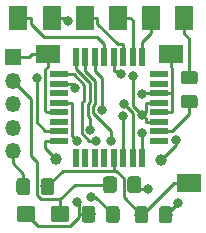
<source format=gbr>
G04 #@! TF.GenerationSoftware,KiCad,Pcbnew,(5.1.4-0-10_14)*
G04 #@! TF.CreationDate,2019-10-28T18:43:38+01:00*
G04 #@! TF.ProjectId,328RFStamp,33323852-4653-4746-916d-702e6b696361,rev?*
G04 #@! TF.SameCoordinates,Original*
G04 #@! TF.FileFunction,Copper,L1,Top*
G04 #@! TF.FilePolarity,Positive*
%FSLAX46Y46*%
G04 Gerber Fmt 4.6, Leading zero omitted, Abs format (unit mm)*
G04 Created by KiCad (PCBNEW (5.1.4-0-10_14)) date 2019-10-28 18:43:38*
%MOMM*%
%LPD*%
G04 APERTURE LIST*
%ADD10C,0.100000*%
%ADD11C,1.150000*%
%ADD12C,1.000000*%
%ADD13R,2.000000X1.500000*%
%ADD14R,1.500000X2.000000*%
%ADD15C,1.350000*%
%ADD16O,1.350000X1.350000*%
%ADD17R,1.350000X1.350000*%
%ADD18R,0.550000X1.600000*%
%ADD19R,1.600000X0.550000*%
%ADD20C,0.800000*%
%ADD21C,0.250000*%
G04 APERTURE END LIST*
D10*
G36*
X40345505Y-59118204D02*
G01*
X40369773Y-59121804D01*
X40393572Y-59127765D01*
X40416671Y-59136030D01*
X40438850Y-59146520D01*
X40459893Y-59159132D01*
X40479599Y-59173747D01*
X40497777Y-59190223D01*
X40514253Y-59208401D01*
X40528868Y-59228107D01*
X40541480Y-59249150D01*
X40551970Y-59271329D01*
X40560235Y-59294428D01*
X40566196Y-59318227D01*
X40569796Y-59342495D01*
X40571000Y-59366999D01*
X40571000Y-60267001D01*
X40569796Y-60291505D01*
X40566196Y-60315773D01*
X40560235Y-60339572D01*
X40551970Y-60362671D01*
X40541480Y-60384850D01*
X40528868Y-60405893D01*
X40514253Y-60425599D01*
X40497777Y-60443777D01*
X40479599Y-60460253D01*
X40459893Y-60474868D01*
X40438850Y-60487480D01*
X40416671Y-60497970D01*
X40393572Y-60506235D01*
X40369773Y-60512196D01*
X40345505Y-60515796D01*
X40321001Y-60517000D01*
X39670999Y-60517000D01*
X39646495Y-60515796D01*
X39622227Y-60512196D01*
X39598428Y-60506235D01*
X39575329Y-60497970D01*
X39553150Y-60487480D01*
X39532107Y-60474868D01*
X39512401Y-60460253D01*
X39494223Y-60443777D01*
X39477747Y-60425599D01*
X39463132Y-60405893D01*
X39450520Y-60384850D01*
X39440030Y-60362671D01*
X39431765Y-60339572D01*
X39425804Y-60315773D01*
X39422204Y-60291505D01*
X39421000Y-60267001D01*
X39421000Y-59366999D01*
X39422204Y-59342495D01*
X39425804Y-59318227D01*
X39431765Y-59294428D01*
X39440030Y-59271329D01*
X39450520Y-59249150D01*
X39463132Y-59228107D01*
X39477747Y-59208401D01*
X39494223Y-59190223D01*
X39512401Y-59173747D01*
X39532107Y-59159132D01*
X39553150Y-59146520D01*
X39575329Y-59136030D01*
X39598428Y-59127765D01*
X39622227Y-59121804D01*
X39646495Y-59118204D01*
X39670999Y-59117000D01*
X40321001Y-59117000D01*
X40345505Y-59118204D01*
X40345505Y-59118204D01*
G37*
D11*
X39996000Y-59817000D03*
D10*
G36*
X42395505Y-59118204D02*
G01*
X42419773Y-59121804D01*
X42443572Y-59127765D01*
X42466671Y-59136030D01*
X42488850Y-59146520D01*
X42509893Y-59159132D01*
X42529599Y-59173747D01*
X42547777Y-59190223D01*
X42564253Y-59208401D01*
X42578868Y-59228107D01*
X42591480Y-59249150D01*
X42601970Y-59271329D01*
X42610235Y-59294428D01*
X42616196Y-59318227D01*
X42619796Y-59342495D01*
X42621000Y-59366999D01*
X42621000Y-60267001D01*
X42619796Y-60291505D01*
X42616196Y-60315773D01*
X42610235Y-60339572D01*
X42601970Y-60362671D01*
X42591480Y-60384850D01*
X42578868Y-60405893D01*
X42564253Y-60425599D01*
X42547777Y-60443777D01*
X42529599Y-60460253D01*
X42509893Y-60474868D01*
X42488850Y-60487480D01*
X42466671Y-60497970D01*
X42443572Y-60506235D01*
X42419773Y-60512196D01*
X42395505Y-60515796D01*
X42371001Y-60517000D01*
X41720999Y-60517000D01*
X41696495Y-60515796D01*
X41672227Y-60512196D01*
X41648428Y-60506235D01*
X41625329Y-60497970D01*
X41603150Y-60487480D01*
X41582107Y-60474868D01*
X41562401Y-60460253D01*
X41544223Y-60443777D01*
X41527747Y-60425599D01*
X41513132Y-60405893D01*
X41500520Y-60384850D01*
X41490030Y-60362671D01*
X41481765Y-60339572D01*
X41475804Y-60315773D01*
X41472204Y-60291505D01*
X41471000Y-60267001D01*
X41471000Y-59366999D01*
X41472204Y-59342495D01*
X41475804Y-59318227D01*
X41481765Y-59294428D01*
X41490030Y-59271329D01*
X41500520Y-59249150D01*
X41513132Y-59228107D01*
X41527747Y-59208401D01*
X41544223Y-59190223D01*
X41562401Y-59173747D01*
X41582107Y-59159132D01*
X41603150Y-59146520D01*
X41625329Y-59136030D01*
X41648428Y-59127765D01*
X41672227Y-59121804D01*
X41696495Y-59118204D01*
X41720999Y-59117000D01*
X42371001Y-59117000D01*
X42395505Y-59118204D01*
X42395505Y-59118204D01*
G37*
D11*
X42046000Y-59817000D03*
D10*
G36*
X45870005Y-61480404D02*
G01*
X45894273Y-61484004D01*
X45918072Y-61489965D01*
X45941171Y-61498230D01*
X45963350Y-61508720D01*
X45984393Y-61521332D01*
X46004099Y-61535947D01*
X46022277Y-61552423D01*
X46038753Y-61570601D01*
X46053368Y-61590307D01*
X46065980Y-61611350D01*
X46076470Y-61633529D01*
X46084735Y-61656628D01*
X46090696Y-61680427D01*
X46094296Y-61704695D01*
X46095500Y-61729199D01*
X46095500Y-62629201D01*
X46094296Y-62653705D01*
X46090696Y-62677973D01*
X46084735Y-62701772D01*
X46076470Y-62724871D01*
X46065980Y-62747050D01*
X46053368Y-62768093D01*
X46038753Y-62787799D01*
X46022277Y-62805977D01*
X46004099Y-62822453D01*
X45984393Y-62837068D01*
X45963350Y-62849680D01*
X45941171Y-62860170D01*
X45918072Y-62868435D01*
X45894273Y-62874396D01*
X45870005Y-62877996D01*
X45845501Y-62879200D01*
X45195499Y-62879200D01*
X45170995Y-62877996D01*
X45146727Y-62874396D01*
X45122928Y-62868435D01*
X45099829Y-62860170D01*
X45077650Y-62849680D01*
X45056607Y-62837068D01*
X45036901Y-62822453D01*
X45018723Y-62805977D01*
X45002247Y-62787799D01*
X44987632Y-62768093D01*
X44975020Y-62747050D01*
X44964530Y-62724871D01*
X44956265Y-62701772D01*
X44950304Y-62677973D01*
X44946704Y-62653705D01*
X44945500Y-62629201D01*
X44945500Y-61729199D01*
X44946704Y-61704695D01*
X44950304Y-61680427D01*
X44956265Y-61656628D01*
X44964530Y-61633529D01*
X44975020Y-61611350D01*
X44987632Y-61590307D01*
X45002247Y-61570601D01*
X45018723Y-61552423D01*
X45036901Y-61535947D01*
X45056607Y-61521332D01*
X45077650Y-61508720D01*
X45099829Y-61498230D01*
X45122928Y-61489965D01*
X45146727Y-61484004D01*
X45170995Y-61480404D01*
X45195499Y-61479200D01*
X45845501Y-61479200D01*
X45870005Y-61480404D01*
X45870005Y-61480404D01*
G37*
D11*
X45520500Y-62179200D03*
D10*
G36*
X47920005Y-61480404D02*
G01*
X47944273Y-61484004D01*
X47968072Y-61489965D01*
X47991171Y-61498230D01*
X48013350Y-61508720D01*
X48034393Y-61521332D01*
X48054099Y-61535947D01*
X48072277Y-61552423D01*
X48088753Y-61570601D01*
X48103368Y-61590307D01*
X48115980Y-61611350D01*
X48126470Y-61633529D01*
X48134735Y-61656628D01*
X48140696Y-61680427D01*
X48144296Y-61704695D01*
X48145500Y-61729199D01*
X48145500Y-62629201D01*
X48144296Y-62653705D01*
X48140696Y-62677973D01*
X48134735Y-62701772D01*
X48126470Y-62724871D01*
X48115980Y-62747050D01*
X48103368Y-62768093D01*
X48088753Y-62787799D01*
X48072277Y-62805977D01*
X48054099Y-62822453D01*
X48034393Y-62837068D01*
X48013350Y-62849680D01*
X47991171Y-62860170D01*
X47968072Y-62868435D01*
X47944273Y-62874396D01*
X47920005Y-62877996D01*
X47895501Y-62879200D01*
X47245499Y-62879200D01*
X47220995Y-62877996D01*
X47196727Y-62874396D01*
X47172928Y-62868435D01*
X47149829Y-62860170D01*
X47127650Y-62849680D01*
X47106607Y-62837068D01*
X47086901Y-62822453D01*
X47068723Y-62805977D01*
X47052247Y-62787799D01*
X47037632Y-62768093D01*
X47025020Y-62747050D01*
X47014530Y-62724871D01*
X47006265Y-62701772D01*
X47000304Y-62677973D01*
X46996704Y-62653705D01*
X46995500Y-62629201D01*
X46995500Y-61729199D01*
X46996704Y-61704695D01*
X47000304Y-61680427D01*
X47006265Y-61656628D01*
X47014530Y-61633529D01*
X47025020Y-61611350D01*
X47037632Y-61590307D01*
X47052247Y-61570601D01*
X47068723Y-61552423D01*
X47086901Y-61535947D01*
X47106607Y-61521332D01*
X47127650Y-61508720D01*
X47149829Y-61498230D01*
X47172928Y-61489965D01*
X47196727Y-61484004D01*
X47220995Y-61480404D01*
X47245499Y-61479200D01*
X47895501Y-61479200D01*
X47920005Y-61480404D01*
X47920005Y-61480404D01*
G37*
D11*
X47570500Y-62179200D03*
D12*
X42799000Y-57505600D03*
X51689000Y-57556400D03*
D10*
G36*
X49736105Y-58965804D02*
G01*
X49760373Y-58969404D01*
X49784172Y-58975365D01*
X49807271Y-58983630D01*
X49829450Y-58994120D01*
X49850493Y-59006732D01*
X49870199Y-59021347D01*
X49888377Y-59037823D01*
X49904853Y-59056001D01*
X49919468Y-59075707D01*
X49932080Y-59096750D01*
X49942570Y-59118929D01*
X49950835Y-59142028D01*
X49956796Y-59165827D01*
X49960396Y-59190095D01*
X49961600Y-59214599D01*
X49961600Y-60114601D01*
X49960396Y-60139105D01*
X49956796Y-60163373D01*
X49950835Y-60187172D01*
X49942570Y-60210271D01*
X49932080Y-60232450D01*
X49919468Y-60253493D01*
X49904853Y-60273199D01*
X49888377Y-60291377D01*
X49870199Y-60307853D01*
X49850493Y-60322468D01*
X49829450Y-60335080D01*
X49807271Y-60345570D01*
X49784172Y-60353835D01*
X49760373Y-60359796D01*
X49736105Y-60363396D01*
X49711601Y-60364600D01*
X49061599Y-60364600D01*
X49037095Y-60363396D01*
X49012827Y-60359796D01*
X48989028Y-60353835D01*
X48965929Y-60345570D01*
X48943750Y-60335080D01*
X48922707Y-60322468D01*
X48903001Y-60307853D01*
X48884823Y-60291377D01*
X48868347Y-60273199D01*
X48853732Y-60253493D01*
X48841120Y-60232450D01*
X48830630Y-60210271D01*
X48822365Y-60187172D01*
X48816404Y-60163373D01*
X48812804Y-60139105D01*
X48811600Y-60114601D01*
X48811600Y-59214599D01*
X48812804Y-59190095D01*
X48816404Y-59165827D01*
X48822365Y-59142028D01*
X48830630Y-59118929D01*
X48841120Y-59096750D01*
X48853732Y-59075707D01*
X48868347Y-59056001D01*
X48884823Y-59037823D01*
X48903001Y-59021347D01*
X48922707Y-59006732D01*
X48943750Y-58994120D01*
X48965929Y-58983630D01*
X48989028Y-58975365D01*
X49012827Y-58969404D01*
X49037095Y-58965804D01*
X49061599Y-58964600D01*
X49711601Y-58964600D01*
X49736105Y-58965804D01*
X49736105Y-58965804D01*
G37*
D11*
X49386600Y-59664600D03*
D10*
G36*
X47686105Y-58965804D02*
G01*
X47710373Y-58969404D01*
X47734172Y-58975365D01*
X47757271Y-58983630D01*
X47779450Y-58994120D01*
X47800493Y-59006732D01*
X47820199Y-59021347D01*
X47838377Y-59037823D01*
X47854853Y-59056001D01*
X47869468Y-59075707D01*
X47882080Y-59096750D01*
X47892570Y-59118929D01*
X47900835Y-59142028D01*
X47906796Y-59165827D01*
X47910396Y-59190095D01*
X47911600Y-59214599D01*
X47911600Y-60114601D01*
X47910396Y-60139105D01*
X47906796Y-60163373D01*
X47900835Y-60187172D01*
X47892570Y-60210271D01*
X47882080Y-60232450D01*
X47869468Y-60253493D01*
X47854853Y-60273199D01*
X47838377Y-60291377D01*
X47820199Y-60307853D01*
X47800493Y-60322468D01*
X47779450Y-60335080D01*
X47757271Y-60345570D01*
X47734172Y-60353835D01*
X47710373Y-60359796D01*
X47686105Y-60363396D01*
X47661601Y-60364600D01*
X47011599Y-60364600D01*
X46987095Y-60363396D01*
X46962827Y-60359796D01*
X46939028Y-60353835D01*
X46915929Y-60345570D01*
X46893750Y-60335080D01*
X46872707Y-60322468D01*
X46853001Y-60307853D01*
X46834823Y-60291377D01*
X46818347Y-60273199D01*
X46803732Y-60253493D01*
X46791120Y-60232450D01*
X46780630Y-60210271D01*
X46772365Y-60187172D01*
X46766404Y-60163373D01*
X46762804Y-60139105D01*
X46761600Y-60114601D01*
X46761600Y-59214599D01*
X46762804Y-59190095D01*
X46766404Y-59165827D01*
X46772365Y-59142028D01*
X46780630Y-59118929D01*
X46791120Y-59096750D01*
X46803732Y-59075707D01*
X46818347Y-59056001D01*
X46834823Y-59037823D01*
X46853001Y-59021347D01*
X46872707Y-59006732D01*
X46893750Y-58994120D01*
X46915929Y-58983630D01*
X46939028Y-58975365D01*
X46962827Y-58969404D01*
X46987095Y-58965804D01*
X47011599Y-58964600D01*
X47661601Y-58964600D01*
X47686105Y-58965804D01*
X47686105Y-58965804D01*
G37*
D11*
X47336600Y-59664600D03*
D13*
X42062400Y-48590200D03*
X52501840Y-48590200D03*
X54051200Y-59512200D03*
D14*
X53568600Y-45509180D03*
X50772060Y-45511720D03*
X47978060Y-45511720D03*
X45184060Y-45511720D03*
X42387520Y-45509180D03*
X39590980Y-45509180D03*
D10*
G36*
X40803505Y-61480004D02*
G01*
X40827773Y-61483604D01*
X40851572Y-61489565D01*
X40874671Y-61497830D01*
X40896850Y-61508320D01*
X40917893Y-61520932D01*
X40937599Y-61535547D01*
X40955777Y-61552023D01*
X40972253Y-61570201D01*
X40986868Y-61589907D01*
X40999480Y-61610950D01*
X41009970Y-61633129D01*
X41018235Y-61656228D01*
X41024196Y-61680027D01*
X41027796Y-61704295D01*
X41029000Y-61728799D01*
X41029000Y-62578801D01*
X41027796Y-62603305D01*
X41024196Y-62627573D01*
X41018235Y-62651372D01*
X41009970Y-62674471D01*
X40999480Y-62696650D01*
X40986868Y-62717693D01*
X40972253Y-62737399D01*
X40955777Y-62755577D01*
X40937599Y-62772053D01*
X40917893Y-62786668D01*
X40896850Y-62799280D01*
X40874671Y-62809770D01*
X40851572Y-62818035D01*
X40827773Y-62823996D01*
X40803505Y-62827596D01*
X40779001Y-62828800D01*
X39703999Y-62828800D01*
X39679495Y-62827596D01*
X39655227Y-62823996D01*
X39631428Y-62818035D01*
X39608329Y-62809770D01*
X39586150Y-62799280D01*
X39565107Y-62786668D01*
X39545401Y-62772053D01*
X39527223Y-62755577D01*
X39510747Y-62737399D01*
X39496132Y-62717693D01*
X39483520Y-62696650D01*
X39473030Y-62674471D01*
X39464765Y-62651372D01*
X39458804Y-62627573D01*
X39455204Y-62603305D01*
X39454000Y-62578801D01*
X39454000Y-61728799D01*
X39455204Y-61704295D01*
X39458804Y-61680027D01*
X39464765Y-61656228D01*
X39473030Y-61633129D01*
X39483520Y-61610950D01*
X39496132Y-61589907D01*
X39510747Y-61570201D01*
X39527223Y-61552023D01*
X39545401Y-61535547D01*
X39565107Y-61520932D01*
X39586150Y-61508320D01*
X39608329Y-61497830D01*
X39631428Y-61489565D01*
X39655227Y-61483604D01*
X39679495Y-61480004D01*
X39703999Y-61478800D01*
X40779001Y-61478800D01*
X40803505Y-61480004D01*
X40803505Y-61480004D01*
G37*
D15*
X40241500Y-62153800D03*
D10*
G36*
X43678505Y-61480004D02*
G01*
X43702773Y-61483604D01*
X43726572Y-61489565D01*
X43749671Y-61497830D01*
X43771850Y-61508320D01*
X43792893Y-61520932D01*
X43812599Y-61535547D01*
X43830777Y-61552023D01*
X43847253Y-61570201D01*
X43861868Y-61589907D01*
X43874480Y-61610950D01*
X43884970Y-61633129D01*
X43893235Y-61656228D01*
X43899196Y-61680027D01*
X43902796Y-61704295D01*
X43904000Y-61728799D01*
X43904000Y-62578801D01*
X43902796Y-62603305D01*
X43899196Y-62627573D01*
X43893235Y-62651372D01*
X43884970Y-62674471D01*
X43874480Y-62696650D01*
X43861868Y-62717693D01*
X43847253Y-62737399D01*
X43830777Y-62755577D01*
X43812599Y-62772053D01*
X43792893Y-62786668D01*
X43771850Y-62799280D01*
X43749671Y-62809770D01*
X43726572Y-62818035D01*
X43702773Y-62823996D01*
X43678505Y-62827596D01*
X43654001Y-62828800D01*
X42578999Y-62828800D01*
X42554495Y-62827596D01*
X42530227Y-62823996D01*
X42506428Y-62818035D01*
X42483329Y-62809770D01*
X42461150Y-62799280D01*
X42440107Y-62786668D01*
X42420401Y-62772053D01*
X42402223Y-62755577D01*
X42385747Y-62737399D01*
X42371132Y-62717693D01*
X42358520Y-62696650D01*
X42348030Y-62674471D01*
X42339765Y-62651372D01*
X42333804Y-62627573D01*
X42330204Y-62603305D01*
X42329000Y-62578801D01*
X42329000Y-61728799D01*
X42330204Y-61704295D01*
X42333804Y-61680027D01*
X42339765Y-61656228D01*
X42348030Y-61633129D01*
X42358520Y-61610950D01*
X42371132Y-61589907D01*
X42385747Y-61570201D01*
X42402223Y-61552023D01*
X42420401Y-61535547D01*
X42440107Y-61520932D01*
X42461150Y-61508320D01*
X42483329Y-61497830D01*
X42506428Y-61489565D01*
X42530227Y-61483604D01*
X42554495Y-61480004D01*
X42578999Y-61478800D01*
X43654001Y-61478800D01*
X43678505Y-61480004D01*
X43678505Y-61480004D01*
G37*
D15*
X43116500Y-62153800D03*
D16*
X39116000Y-56844200D03*
X39116000Y-54844200D03*
X39116000Y-52844200D03*
X39116000Y-50844200D03*
D17*
X39116000Y-48844200D03*
D18*
X50044000Y-57374100D03*
X49244000Y-57374100D03*
X48444000Y-57374100D03*
X47644000Y-57374100D03*
X46844000Y-57374100D03*
X46044000Y-57374100D03*
X45244000Y-57374100D03*
X44444000Y-57374100D03*
D19*
X42994000Y-55924100D03*
X42994000Y-55124100D03*
X42994000Y-54324100D03*
X42994000Y-53524100D03*
X42994000Y-52724100D03*
X42994000Y-51924100D03*
X42994000Y-51124100D03*
X42994000Y-50324100D03*
D18*
X44444000Y-48874100D03*
X45244000Y-48874100D03*
X46044000Y-48874100D03*
X46844000Y-48874100D03*
X47644000Y-48874100D03*
X48444000Y-48874100D03*
X49244000Y-48874100D03*
X50044000Y-48874100D03*
D19*
X51494000Y-50324100D03*
X51494000Y-51124100D03*
X51494000Y-51924100D03*
X51494000Y-52724100D03*
X51494000Y-53524100D03*
X51494000Y-54324100D03*
X51494000Y-55124100D03*
X51494000Y-55924100D03*
D10*
G36*
X54525705Y-52064004D02*
G01*
X54549973Y-52067604D01*
X54573772Y-52073565D01*
X54596871Y-52081830D01*
X54619050Y-52092320D01*
X54640093Y-52104932D01*
X54659799Y-52119547D01*
X54677977Y-52136023D01*
X54694453Y-52154201D01*
X54709068Y-52173907D01*
X54721680Y-52194950D01*
X54732170Y-52217129D01*
X54740435Y-52240228D01*
X54746396Y-52264027D01*
X54749996Y-52288295D01*
X54751200Y-52312799D01*
X54751200Y-52962801D01*
X54749996Y-52987305D01*
X54746396Y-53011573D01*
X54740435Y-53035372D01*
X54732170Y-53058471D01*
X54721680Y-53080650D01*
X54709068Y-53101693D01*
X54694453Y-53121399D01*
X54677977Y-53139577D01*
X54659799Y-53156053D01*
X54640093Y-53170668D01*
X54619050Y-53183280D01*
X54596871Y-53193770D01*
X54573772Y-53202035D01*
X54549973Y-53207996D01*
X54525705Y-53211596D01*
X54501201Y-53212800D01*
X53601199Y-53212800D01*
X53576695Y-53211596D01*
X53552427Y-53207996D01*
X53528628Y-53202035D01*
X53505529Y-53193770D01*
X53483350Y-53183280D01*
X53462307Y-53170668D01*
X53442601Y-53156053D01*
X53424423Y-53139577D01*
X53407947Y-53121399D01*
X53393332Y-53101693D01*
X53380720Y-53080650D01*
X53370230Y-53058471D01*
X53361965Y-53035372D01*
X53356004Y-53011573D01*
X53352404Y-52987305D01*
X53351200Y-52962801D01*
X53351200Y-52312799D01*
X53352404Y-52288295D01*
X53356004Y-52264027D01*
X53361965Y-52240228D01*
X53370230Y-52217129D01*
X53380720Y-52194950D01*
X53393332Y-52173907D01*
X53407947Y-52154201D01*
X53424423Y-52136023D01*
X53442601Y-52119547D01*
X53462307Y-52104932D01*
X53483350Y-52092320D01*
X53505529Y-52081830D01*
X53528628Y-52073565D01*
X53552427Y-52067604D01*
X53576695Y-52064004D01*
X53601199Y-52062800D01*
X54501201Y-52062800D01*
X54525705Y-52064004D01*
X54525705Y-52064004D01*
G37*
D11*
X54051200Y-52637800D03*
D10*
G36*
X54525705Y-50014004D02*
G01*
X54549973Y-50017604D01*
X54573772Y-50023565D01*
X54596871Y-50031830D01*
X54619050Y-50042320D01*
X54640093Y-50054932D01*
X54659799Y-50069547D01*
X54677977Y-50086023D01*
X54694453Y-50104201D01*
X54709068Y-50123907D01*
X54721680Y-50144950D01*
X54732170Y-50167129D01*
X54740435Y-50190228D01*
X54746396Y-50214027D01*
X54749996Y-50238295D01*
X54751200Y-50262799D01*
X54751200Y-50912801D01*
X54749996Y-50937305D01*
X54746396Y-50961573D01*
X54740435Y-50985372D01*
X54732170Y-51008471D01*
X54721680Y-51030650D01*
X54709068Y-51051693D01*
X54694453Y-51071399D01*
X54677977Y-51089577D01*
X54659799Y-51106053D01*
X54640093Y-51120668D01*
X54619050Y-51133280D01*
X54596871Y-51143770D01*
X54573772Y-51152035D01*
X54549973Y-51157996D01*
X54525705Y-51161596D01*
X54501201Y-51162800D01*
X53601199Y-51162800D01*
X53576695Y-51161596D01*
X53552427Y-51157996D01*
X53528628Y-51152035D01*
X53505529Y-51143770D01*
X53483350Y-51133280D01*
X53462307Y-51120668D01*
X53442601Y-51106053D01*
X53424423Y-51089577D01*
X53407947Y-51071399D01*
X53393332Y-51051693D01*
X53380720Y-51030650D01*
X53370230Y-51008471D01*
X53361965Y-50985372D01*
X53356004Y-50961573D01*
X53352404Y-50937305D01*
X53351200Y-50912801D01*
X53351200Y-50262799D01*
X53352404Y-50238295D01*
X53356004Y-50214027D01*
X53361965Y-50190228D01*
X53370230Y-50167129D01*
X53380720Y-50144950D01*
X53393332Y-50123907D01*
X53407947Y-50104201D01*
X53424423Y-50086023D01*
X53442601Y-50069547D01*
X53462307Y-50054932D01*
X53483350Y-50042320D01*
X53505529Y-50031830D01*
X53528628Y-50023565D01*
X53552427Y-50017604D01*
X53576695Y-50014004D01*
X53601199Y-50012800D01*
X54501201Y-50012800D01*
X54525705Y-50014004D01*
X54525705Y-50014004D01*
G37*
D11*
X54051200Y-50587800D03*
D10*
G36*
X50353105Y-61505804D02*
G01*
X50377373Y-61509404D01*
X50401172Y-61515365D01*
X50424271Y-61523630D01*
X50446450Y-61534120D01*
X50467493Y-61546732D01*
X50487199Y-61561347D01*
X50505377Y-61577823D01*
X50521853Y-61596001D01*
X50536468Y-61615707D01*
X50549080Y-61636750D01*
X50559570Y-61658929D01*
X50567835Y-61682028D01*
X50573796Y-61705827D01*
X50577396Y-61730095D01*
X50578600Y-61754599D01*
X50578600Y-62654601D01*
X50577396Y-62679105D01*
X50573796Y-62703373D01*
X50567835Y-62727172D01*
X50559570Y-62750271D01*
X50549080Y-62772450D01*
X50536468Y-62793493D01*
X50521853Y-62813199D01*
X50505377Y-62831377D01*
X50487199Y-62847853D01*
X50467493Y-62862468D01*
X50446450Y-62875080D01*
X50424271Y-62885570D01*
X50401172Y-62893835D01*
X50377373Y-62899796D01*
X50353105Y-62903396D01*
X50328601Y-62904600D01*
X49678599Y-62904600D01*
X49654095Y-62903396D01*
X49629827Y-62899796D01*
X49606028Y-62893835D01*
X49582929Y-62885570D01*
X49560750Y-62875080D01*
X49539707Y-62862468D01*
X49520001Y-62847853D01*
X49501823Y-62831377D01*
X49485347Y-62813199D01*
X49470732Y-62793493D01*
X49458120Y-62772450D01*
X49447630Y-62750271D01*
X49439365Y-62727172D01*
X49433404Y-62703373D01*
X49429804Y-62679105D01*
X49428600Y-62654601D01*
X49428600Y-61754599D01*
X49429804Y-61730095D01*
X49433404Y-61705827D01*
X49439365Y-61682028D01*
X49447630Y-61658929D01*
X49458120Y-61636750D01*
X49470732Y-61615707D01*
X49485347Y-61596001D01*
X49501823Y-61577823D01*
X49520001Y-61561347D01*
X49539707Y-61546732D01*
X49560750Y-61534120D01*
X49582929Y-61523630D01*
X49606028Y-61515365D01*
X49629827Y-61509404D01*
X49654095Y-61505804D01*
X49678599Y-61504600D01*
X50328601Y-61504600D01*
X50353105Y-61505804D01*
X50353105Y-61505804D01*
G37*
D11*
X50003600Y-62204600D03*
D10*
G36*
X52403105Y-61505804D02*
G01*
X52427373Y-61509404D01*
X52451172Y-61515365D01*
X52474271Y-61523630D01*
X52496450Y-61534120D01*
X52517493Y-61546732D01*
X52537199Y-61561347D01*
X52555377Y-61577823D01*
X52571853Y-61596001D01*
X52586468Y-61615707D01*
X52599080Y-61636750D01*
X52609570Y-61658929D01*
X52617835Y-61682028D01*
X52623796Y-61705827D01*
X52627396Y-61730095D01*
X52628600Y-61754599D01*
X52628600Y-62654601D01*
X52627396Y-62679105D01*
X52623796Y-62703373D01*
X52617835Y-62727172D01*
X52609570Y-62750271D01*
X52599080Y-62772450D01*
X52586468Y-62793493D01*
X52571853Y-62813199D01*
X52555377Y-62831377D01*
X52537199Y-62847853D01*
X52517493Y-62862468D01*
X52496450Y-62875080D01*
X52474271Y-62885570D01*
X52451172Y-62893835D01*
X52427373Y-62899796D01*
X52403105Y-62903396D01*
X52378601Y-62904600D01*
X51728599Y-62904600D01*
X51704095Y-62903396D01*
X51679827Y-62899796D01*
X51656028Y-62893835D01*
X51632929Y-62885570D01*
X51610750Y-62875080D01*
X51589707Y-62862468D01*
X51570001Y-62847853D01*
X51551823Y-62831377D01*
X51535347Y-62813199D01*
X51520732Y-62793493D01*
X51508120Y-62772450D01*
X51497630Y-62750271D01*
X51489365Y-62727172D01*
X51483404Y-62703373D01*
X51479804Y-62679105D01*
X51478600Y-62654601D01*
X51478600Y-61754599D01*
X51479804Y-61730095D01*
X51483404Y-61705827D01*
X51489365Y-61682028D01*
X51497630Y-61658929D01*
X51508120Y-61636750D01*
X51520732Y-61615707D01*
X51535347Y-61596001D01*
X51551823Y-61577823D01*
X51570001Y-61561347D01*
X51589707Y-61546732D01*
X51610750Y-61534120D01*
X51632929Y-61523630D01*
X51656028Y-61515365D01*
X51679827Y-61509404D01*
X51704095Y-61505804D01*
X51728599Y-61504600D01*
X52378601Y-61504600D01*
X52403105Y-61505804D01*
X52403105Y-61505804D01*
G37*
D11*
X52053600Y-62204600D03*
D20*
X44571100Y-55970600D03*
X45743600Y-60681500D03*
X49326400Y-50477300D03*
X44532900Y-61131600D03*
X50084500Y-53774500D03*
X50588600Y-59990200D03*
X46661900Y-53321200D03*
X50044000Y-55254500D03*
X45661200Y-55009100D03*
X46150300Y-55969800D03*
X47400900Y-55939600D03*
X53055500Y-61202700D03*
X50074700Y-51995800D03*
X44402700Y-51465600D03*
X43767800Y-45814200D03*
X48249900Y-50278300D03*
X48444000Y-53864000D03*
X48499500Y-52858700D03*
X52952100Y-55865300D03*
X41133800Y-50621200D03*
D21*
X44119300Y-52724100D02*
X44119300Y-55518800D01*
X44119300Y-55518800D02*
X44571100Y-55970600D01*
X45743600Y-60681500D02*
X46072800Y-60681500D01*
X46072800Y-60681500D02*
X47570500Y-62179200D01*
X42994000Y-52724100D02*
X44119300Y-52724100D01*
X51494000Y-52724100D02*
X50368700Y-52724100D01*
X50368700Y-52724100D02*
X50368700Y-53490300D01*
X50368700Y-53490300D02*
X50084500Y-53774500D01*
X51494000Y-54324100D02*
X50368700Y-54324100D01*
X50368700Y-54324100D02*
X50368700Y-54058700D01*
X50368700Y-54058700D02*
X50084500Y-53774500D01*
X50084500Y-53774500D02*
X49326400Y-53016400D01*
X49326400Y-53016400D02*
X49326400Y-50477300D01*
X44532900Y-61131600D02*
X44720400Y-61319100D01*
X44720400Y-61319100D02*
X44720400Y-62179200D01*
X44720400Y-62179200D02*
X44720400Y-62421400D01*
X44720400Y-62421400D02*
X43982000Y-63159800D01*
X43982000Y-63159800D02*
X41247500Y-63159800D01*
X41247500Y-63159800D02*
X40241500Y-62153800D01*
X45520500Y-62179200D02*
X44720400Y-62179200D01*
X39116000Y-48844200D02*
X40483100Y-48844200D01*
X40483100Y-48844200D02*
X40737100Y-48590200D01*
X49386600Y-59664600D02*
X49712200Y-59990200D01*
X49712200Y-59990200D02*
X50588600Y-59990200D01*
X41981300Y-53524100D02*
X41868700Y-53411500D01*
X41868700Y-53411500D02*
X41868700Y-49859200D01*
X41868700Y-49859200D02*
X42062400Y-49665500D01*
X42062400Y-48590200D02*
X40737100Y-48590200D01*
X42062400Y-48590200D02*
X42062400Y-49665500D01*
X42994000Y-53524100D02*
X41981300Y-53524100D01*
X50003600Y-62204600D02*
X48485200Y-60686200D01*
X48485200Y-60686200D02*
X48485200Y-59116800D01*
X48485200Y-59116800D02*
X47867800Y-58499400D01*
X47867800Y-58499400D02*
X47644000Y-58499400D01*
X52725900Y-59512200D02*
X50033500Y-62204600D01*
X50033500Y-62204600D02*
X50003600Y-62204600D01*
X47644000Y-57374100D02*
X47644000Y-58499400D01*
X47644000Y-58499400D02*
X43363600Y-58499400D01*
X43363600Y-58499400D02*
X42046000Y-59817000D01*
X54051200Y-59512200D02*
X52725900Y-59512200D01*
X39116000Y-56844200D02*
X39116000Y-57844500D01*
X39116000Y-57844500D02*
X39996000Y-58724500D01*
X39996000Y-58724500D02*
X39996000Y-59817000D01*
X46044000Y-49999400D02*
X46661900Y-50617300D01*
X46661900Y-50617300D02*
X46661900Y-53321200D01*
X46044000Y-48874100D02*
X46044000Y-49999400D01*
X50044000Y-57374100D02*
X50044000Y-55254500D01*
X44444000Y-48874100D02*
X44444000Y-49836300D01*
X44444000Y-49836300D02*
X45638800Y-51031100D01*
X45638800Y-51031100D02*
X45638800Y-52681700D01*
X45638800Y-52681700D02*
X45486300Y-52834200D01*
X45486300Y-52834200D02*
X45486300Y-53808200D01*
X45486300Y-53808200D02*
X45661200Y-53983100D01*
X45661200Y-53983100D02*
X45661200Y-55009100D01*
X44119300Y-50324100D02*
X44287000Y-50324100D01*
X44287000Y-50324100D02*
X45169500Y-51206600D01*
X45169500Y-51206600D02*
X45169500Y-52514100D01*
X45169500Y-52514100D02*
X44935900Y-52747700D01*
X44935900Y-52747700D02*
X44935900Y-55309500D01*
X44935900Y-55309500D02*
X45596200Y-55969800D01*
X45596200Y-55969800D02*
X46150300Y-55969800D01*
X42994000Y-50324100D02*
X44119300Y-50324100D01*
X45244000Y-49999400D02*
X46089200Y-50844600D01*
X46089200Y-50844600D02*
X46089200Y-52868200D01*
X46089200Y-52868200D02*
X45936600Y-53020800D01*
X45936600Y-53020800D02*
X45936600Y-53621600D01*
X45936600Y-53621600D02*
X47400900Y-55085900D01*
X47400900Y-55085900D02*
X47400900Y-55939600D01*
X45244000Y-48874100D02*
X45244000Y-49999400D01*
X53055500Y-61202700D02*
X52053600Y-62204600D01*
X43116500Y-60897500D02*
X43116500Y-62153800D01*
X47336600Y-59664600D02*
X44349400Y-59664600D01*
X44349400Y-59664600D02*
X43116500Y-60897500D01*
X39116000Y-50844200D02*
X40677700Y-52405900D01*
X40677700Y-52405900D02*
X40677700Y-57264800D01*
X40677700Y-57264800D02*
X41127900Y-57715000D01*
X41127900Y-57715000D02*
X41127900Y-60504800D01*
X41127900Y-60504800D02*
X41520600Y-60897500D01*
X41520600Y-60897500D02*
X43116500Y-60897500D01*
X44119300Y-51124100D02*
X44402700Y-51407500D01*
X44402700Y-51407500D02*
X44402700Y-51465600D01*
X52501800Y-48590200D02*
X52501800Y-49665500D01*
X52619300Y-51924100D02*
X52619300Y-49783000D01*
X52619300Y-49783000D02*
X52501800Y-49665500D01*
X52506700Y-51924100D02*
X52619300Y-51924100D01*
X51494000Y-51924100D02*
X52506700Y-51924100D01*
X51494000Y-53524100D02*
X52619300Y-53524100D01*
X52619300Y-53524100D02*
X52619300Y-51924100D01*
X51494000Y-51924100D02*
X50146400Y-51924100D01*
X50146400Y-51924100D02*
X50074700Y-51995800D01*
X42994000Y-51124100D02*
X44119300Y-51124100D01*
X50772100Y-45511700D02*
X50772100Y-46837000D01*
X50044000Y-48874100D02*
X50044000Y-47565100D01*
X50044000Y-47565100D02*
X50772100Y-46837000D01*
X45184100Y-45511700D02*
X46259400Y-45511700D01*
X48444000Y-48874100D02*
X48444000Y-47748800D01*
X48444000Y-47748800D02*
X47984900Y-47748800D01*
X47984900Y-47748800D02*
X46259400Y-46023300D01*
X46259400Y-46023300D02*
X46259400Y-45511700D01*
X47644000Y-48874100D02*
X47644000Y-49999400D01*
X43462800Y-45509200D02*
X43767800Y-45814200D01*
X42387500Y-45509200D02*
X43462800Y-45509200D01*
X47644000Y-49999400D02*
X47971000Y-49999400D01*
X47971000Y-49999400D02*
X48249900Y-50278300D01*
X39591000Y-45509200D02*
X40666300Y-45509200D01*
X46844000Y-48874100D02*
X46844000Y-47748800D01*
X46844000Y-47748800D02*
X46217800Y-47122600D01*
X46217800Y-47122600D02*
X41742000Y-47122600D01*
X41742000Y-47122600D02*
X40666300Y-46046900D01*
X40666300Y-46046900D02*
X40666300Y-45509200D01*
X53568600Y-45509200D02*
X53568600Y-46834500D01*
X53568600Y-46834500D02*
X54051200Y-47317100D01*
X54051200Y-47317100D02*
X54051200Y-50587800D01*
X47978100Y-45511700D02*
X49053400Y-45511700D01*
X49244000Y-48874100D02*
X49244000Y-45702300D01*
X49244000Y-45702300D02*
X49053400Y-45511700D01*
X48444000Y-57374100D02*
X48444000Y-53864000D01*
X49244000Y-57374100D02*
X49244000Y-53603200D01*
X49244000Y-53603200D02*
X48499500Y-52858700D01*
X51494000Y-55124100D02*
X52619300Y-55124100D01*
X52619300Y-55124100D02*
X54051200Y-53692200D01*
X54051200Y-53692200D02*
X54051200Y-52637800D01*
X41868700Y-55124100D02*
X41133800Y-54389200D01*
X41133800Y-54389200D02*
X41133800Y-50621200D01*
X42994000Y-55124100D02*
X41868700Y-55124100D01*
X51689000Y-57556400D02*
X52952100Y-56293300D01*
X52952100Y-56293300D02*
X52952100Y-55865300D01*
X42994000Y-55924100D02*
X41868700Y-55924100D01*
X41868700Y-55924100D02*
X41868700Y-56575300D01*
X41868700Y-56575300D02*
X42799000Y-57505600D01*
M02*

</source>
